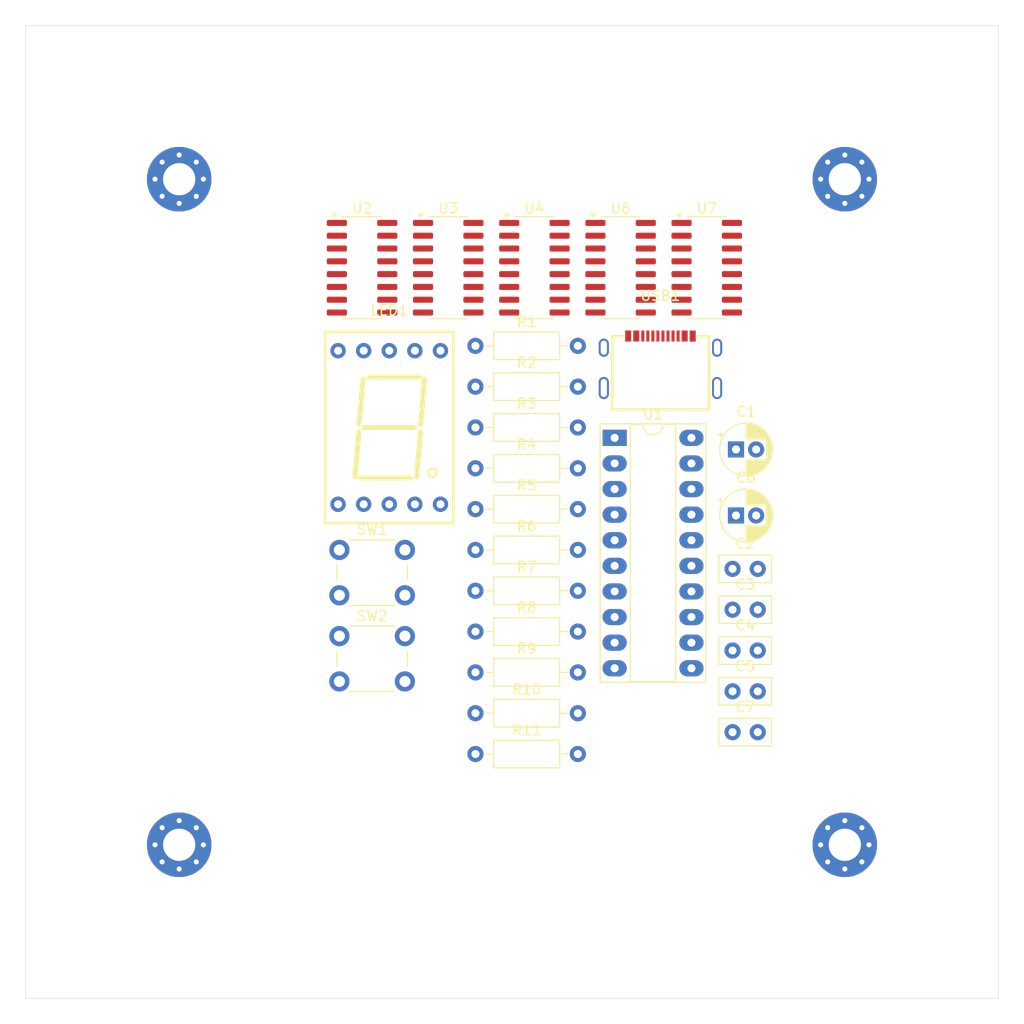
<source format=kicad_pcb>
(kicad_pcb (version 20240108) (generator "pcbnew") (generator_version "8.0")
  (layers (0 "F.Cu" signal) (31 "B.Cu" signal) (34 "B.Paste" user) (35 "F.Paste" user) (36 "B.SilkS" user "B.Silkscreen") (37 "F.SilkS" user "F.Silkscreen") (38 "B.Mask" user) (39 "F.Mask" user) (44 "Edge.Cuts" user))
  (net 0 "")
  (net 1 "GND")
  (net 2 "+5V")
  (net 3 "Net-(U1-~{INT})")
  (net 4 "ANALOG")
  (net 5 "Net-(U4-V33)")
  (net 6 "b")
  (net 7 "g")
  (net 8 "e")
  (net 9 "d")
  (net 10 "f")
  (net 11 "c")
  (net 12 "a")
  (net 13 "Net-(U2-a)")
  (net 14 "Net-(U2-b)")
  (net 15 "Net-(U2-c)")
  (net 16 "Net-(U2-d)")
  (net 17 "Net-(U2-e)")
  (net 18 "Net-(U2-f)")
  (net 19 "Net-(U2-g)")
  (net 20 "Net-(USB1-CC1)")
  (net 21 "Net-(USB1-CC2)")
  (net 22 "D+")
  (net 23 "Net-(R10-Pad2)")
  (net 24 "Net-(U4-RST{slash}T2EX_{slash}CAP2_)")
  (net 27 "D6")
  (net 28 "D7")
  (net 29 "D5")
  (net 30 "D0")
  (net 31 "D1")
  (net 33 "D3")
  (net 34 "D4")
  (net 35 "D2")
  (net 36 "ID_IN_0")
  (net 37 "ID_IN_3")
  (net 38 "ID_IN_1")
  (net 39 "ID_IN_2")
  (net 40 "ID_OUT_2")
  (net 41 "ID_OUT_1")
  (net 42 "ID_OUT_3")
  (net 43 "ID_OUT_0")
  (net 48 "D-")
  (net 56 "PDATA_IN")
  (net 58 "PCLK")
  (net 59 "PCLR")
  (net 60 "PLATCH")
  (net 61 "PDATA_OUT")
  (net 62 "SCLK")
  (net 64 "SDATA_IN")
  (net 65 "SCLR")
  (net 66 "SLATCH")
  (footprint "Capacitor_THT:C_Disc_D5.0mm_W2.5mm_P2.50mm" (layer "F.Cu") (at 171.744 104.704)
    (property "Reference" "C2" (at 1.25 -2.5 0) (layer "F.SilkS"))
    (property "Value" "1nF")
    (pad "1" thru_hole circle (at 0 0) (size 1.6 1.6) (drill 0.8) (layers "*.Cu" "*.Mask") (net 3 "Net-(U1-~{INT})"))
    (pad "2" thru_hole circle (at 2.5 0) (size 1.6 1.6) (drill 0.8) (layers "*.Cu" "*.Mask") (net 1 "GND"))
  )
  (footprint "Resistor_THT:R_Axial_DIN0207_L6.3mm_D2.5mm_P10.16mm_Horizontal" (layer "F.Cu") (at 146.234 106.874)
    (property "Reference" "R7" (at 5.08 -2.37 0) (layer "F.SilkS"))
    (property "Value" "470")
    (pad "1" thru_hole circle (at 0 0) (size 1.6 1.6) (drill 0.8) (layers "*.Cu" "*.Mask") (net 7 "g"))
    (pad "2" thru_hole oval (at 10.16 0) (size 1.6 1.6) (drill 0.8) (layers "*.Cu" "*.Mask") (net 19 "Net-(U2-g)"))
  )
  (footprint "Capacitor_THT:C_Disc_D5.0mm_W2.5mm_P2.50mm" (layer "F.Cu") (at 171.744 116.854)
    (property "Reference" "C5" (at 1.25 -2.5 0) (layer "F.SilkS"))
    (property "Value" "100nF")
    (pad "1" thru_hole circle (at 0 0) (size 1.6 1.6) (drill 0.8) (layers "*.Cu" "*.Mask") (net 2 "+5V"))
    (pad "2" thru_hole circle (at 2.5 0) (size 1.6 1.6) (drill 0.8) (layers "*.Cu" "*.Mask") (net 1 "GND"))
  )
  (footprint "Resistor_THT:R_Axial_DIN0207_L6.3mm_D2.5mm_P10.16mm_Horizontal" (layer "F.Cu") (at 146.234 86.624)
    (property "Reference" "R2" (at 5.08 -2.37 0) (layer "F.SilkS"))
    (property "Value" "470")
    (pad "1" thru_hole circle (at 0 0) (size 1.6 1.6) (drill 0.8) (layers "*.Cu" "*.Mask") (net 6 "b"))
    (pad "2" thru_hole oval (at 10.16 0) (size 1.6 1.6) (drill 0.8) (layers "*.Cu" "*.Mask") (net 14 "Net-(U2-b)"))
  )
  (footprint "Package_SO:SOP-16_3.9x9.9mm_P1.27mm" (layer "F.Cu") (at 160.634 74.824)
    (property "Reference" "U6" (at 0 -5.9 0) (layer "F.SilkS"))
    (property "Value" "74HC165")
    (pad "1" smd roundrect (at -2.5 -4.445) (size 2 0.6) (layers "F.Cu" "F.Paste" "F.Mask") (net 60 "PLATCH"))
    (pad "2" smd roundrect (at -2.5 -3.175) (size 2 0.6) (layers "F.Cu" "F.Paste" "F.Mask") (net 58 "PCLK"))
    (pad "3" smd roundrect (at -2.5 -1.905) (size 2 0.6) (layers "F.Cu" "F.Paste" "F.Mask") (net 34 "D4"))
    (pad "4" smd roundrect (at -2.5 -0.635) (size 2 0.6) (layers "F.Cu" "F.Paste" "F.Mask") (net 29 "D5"))
    (pad "5" smd roundrect (at -2.5 0.635) (size 2 0.6) (layers "F.Cu" "F.Paste" "F.Mask") (net 27 "D6"))
    (pad "6" smd roundrect (at -2.5 1.905) (size 2 0.6) (layers "F.Cu" "F.Paste" "F.Mask") (net 28 "D7"))
    (pad "7" smd roundrect (at -2.5 3.175) (size 2 0.6) (layers "F.Cu" "F.Paste" "F.Mask"))
    (pad "8" smd roundrect (at -2.5 4.445) (size 2 0.6) (layers "F.Cu" "F.Paste" "F.Mask") (net 1 "GND"))
    (pad "9" smd roundrect (at 2.5 4.445) (size 2 0.6) (layers "F.Cu" "F.Paste" "F.Mask") (net 61 "PDATA_OUT"))
    (pad "10" smd roundrect (at 2.5 3.175) (size 2 0.6) (layers "F.Cu" "F.Paste" "F.Mask") (net 56 "PDATA_IN"))
    (pad "11" smd roundrect (at 2.5 1.905) (size 2 0.6) (layers "F.Cu" "F.Paste" "F.Mask") (net 30 "D0"))
    (pad "12" smd roundrect (at 2.5 0.635) (size 2 0.6) (layers "F.Cu" "F.Paste" "F.Mask") (net 31 "D1"))
    (pad "13" smd roundrect (at 2.5 -0.635) (size 2 0.6) (layers "F.Cu" "F.Paste" "F.Mask") (net 35 "D2"))
    (pad "14" smd roundrect (at 2.5 -1.905) (size 2 0.6) (layers "F.Cu" "F.Paste" "F.Mask") (net 33 "D3"))
    (pad "15" smd roundrect (at 2.5 -3.175) (size 2 0.6) (layers "F.Cu" "F.Paste" "F.Mask") (net 59 "PCLR"))
    (pad "16" smd roundrect (at 2.5 -4.445) (size 2 0.6) (layers "F.Cu" "F.Paste" "F.Mask") (net 2 "+5V"))
  )
  (footprint "MountingHole:MountingHole_3.2mm_M3_Pad_Via" (layer "F.Cu") (at 182.88 132.08)
    (property "Reference" "H1" (hide yes))
    (property "Value" "MountingHole")
    (pad "1" thru_hole circle (at -2.4 0) (size 0.8 0.8) (drill 0.5) (layers "*.Cu" "*.Mask"))
    (pad "1" thru_hole circle (at -1.697056 -1.697056) (size 0.8 0.8) (drill 0.5) (layers "*.Cu" "*.Mask"))
    (pad "1" thru_hole circle (at -1.697056 1.697056) (size 0.8 0.8) (drill 0.5) (layers "*.Cu" "*.Mask"))
    (pad "1" thru_hole circle (at 0 -2.4) (size 0.8 0.8) (drill 0.5) (layers "*.Cu" "*.Mask"))
    (pad "1" thru_hole circle (at 0 0) (size 6.4 6.4) (drill 3.2) (layers "*.Cu" "*.Mask"))
    (pad "1" thru_hole circle (at 0 2.4) (size 0.8 0.8) (drill 0.5) (layers "*.Cu" "*.Mask"))
    (pad "1" thru_hole circle (at 1.697056 -1.697056) (size 0.8 0.8) (drill 0.5) (layers "*.Cu" "*.Mask"))
    (pad "1" thru_hole circle (at 1.697056 1.697056) (size 0.8 0.8) (drill 0.5) (layers "*.Cu" "*.Mask"))
    (pad "1" thru_hole circle (at 2.4 0) (size 0.8 0.8) (drill 0.5) (layers "*.Cu" "*.Mask"))
  )
  (footprint "Capacitor_THT:CP_Radial_D5.0mm_P2.00mm" (layer "F.Cu") (at 172.083775 92.854)
    (property "Reference" "C1" (at 1 -3.75 0) (layer "F.SilkS"))
    (property "Value" "10uF")
    (pad "1" thru_hole rect (at 0 0) (size 1.6 1.6) (drill 0.8) (layers "*.Cu" "*.Mask") (net 2 "+5V"))
    (pad "2" thru_hole circle (at 2 0) (size 1.6 1.6) (drill 0.8) (layers "*.Cu" "*.Mask") (net 1 "GND"))
  )
  (footprint "Button_Switch_THT:SW_PUSH_6mm" (layer "F.Cu") (at 132.734 102.824)
    (property "Reference" "SW1" (at 3.25 -2 0) (layer "F.SilkS"))
    (property "Value" "BOOT")
    (pad "1" thru_hole circle (at 0 0 90) (size 2 2) (drill 1.1) (layers "*.Cu" "*.Mask") (net 5 "Net-(U4-V33)"))
    (pad "1" thru_hole circle (at 6.5 0 90) (size 2 2) (drill 1.1) (layers "*.Cu" "*.Mask") (net 5 "Net-(U4-V33)"))
    (pad "2" thru_hole circle (at 0 4.5 90) (size 2 2) (drill 1.1) (layers "*.Cu" "*.Mask") (net 23 "Net-(R10-Pad2)"))
    (pad "2" thru_hole circle (at 6.5 4.5 90) (size 2 2) (drill 1.1) (layers "*.Cu" "*.Mask") (net 23 "Net-(R10-Pad2)"))
  )
  (footprint "Resistor_THT:R_Axial_DIN0207_L6.3mm_D2.5mm_P10.16mm_Horizontal" (layer "F.Cu") (at 146.234 90.674)
    (property "Reference" "R3" (at 5.08 -2.37 0) (layer "F.SilkS"))
    (property "Value" "470")
    (pad "1" thru_hole circle (at 0 0) (size 1.6 1.6) (drill 0.8) (layers "*.Cu" "*.Mask") (net 11 "c"))
    (pad "2" thru_hole oval (at 10.16 0) (size 1.6 1.6) (drill 0.8) (layers "*.Cu" "*.Mask") (net 15 "Net-(U2-c)"))
  )
  (footprint "MountingHole:MountingHole_3.2mm_M3_Pad_Via" (layer "F.Cu") (at 182.88 66.04)
    (property "Reference" "H2" (hide yes))
    (property "Value" "MountingHole")
    (pad "1" thru_hole circle (at -2.4 0) (size 0.8 0.8) (drill 0.5) (layers "*.Cu" "*.Mask"))
    (pad "1" thru_hole circle (at -1.697056 -1.697056) (size 0.8 0.8) (drill 0.5) (layers "*.Cu" "*.Mask"))
    (pad "1" thru_hole circle (at -1.697056 1.697056) (size 0.8 0.8) (drill 0.5) (layers "*.Cu" "*.Mask"))
    (pad "1" thru_hole circle (at 0 -2.4) (size 0.8 0.8) (drill 0.5) (layers "*.Cu" "*.Mask"))
    (pad "1" thru_hole circle (at 0 0) (size 6.4 6.4) (drill 3.2) (layers "*.Cu" "*.Mask"))
    (pad "1" thru_hole circle (at 0 2.4) (size 0.8 0.8) (drill 0.5) (layers "*.Cu" "*.Mask"))
    (pad "1" thru_hole circle (at 1.697056 -1.697056) (size 0.8 0.8) (drill 0.5) (layers "*.Cu" "*.Mask"))
    (pad "1" thru_hole circle (at 1.697056 1.697056) (size 0.8 0.8) (drill 0.5) (layers "*.Cu" "*.Mask"))
    (pad "1" thru_hole circle (at 2.4 0) (size 0.8 0.8) (drill 0.5) (layers "*.Cu" "*.Mask"))
  )
  (footprint "Resistor_THT:R_Axial_DIN0207_L6.3mm_D2.5mm_P10.16mm_Horizontal" (layer "F.Cu") (at 146.234 82.574)
    (property "Reference" "R1" (at 5.08 -2.37 0) (layer "F.SilkS"))
    (property "Value" "470")
    (pad "1" thru_hole circle (at 0 0) (size 1.6 1.6) (drill 0.8) (layers "*.Cu" "*.Mask") (net 12 "a"))
    (pad "2" thru_hole oval (at 10.16 0) (size 1.6 1.6) (drill 0.8) (layers "*.Cu" "*.Mask") (net 13 "Net-(U2-a)"))
  )
  (footprint "Resistor_THT:R_Axial_DIN0207_L6.3mm_D2.5mm_P10.16mm_Horizontal" (layer "F.Cu") (at 146.234 119.024)
    (property "Reference" "R10" (at 5.08 -2.37 0) (layer "F.SilkS"))
    (property "Value" "10K")
    (pad "1" thru_hole circle (at 0 0) (size 1.6 1.6) (drill 0.8) (layers "*.Cu" "*.Mask") (net 22 "D+"))
    (pad "2" thru_hole oval (at 10.16 0) (size 1.6 1.6) (drill 0.8) (layers "*.Cu" "*.Mask") (net 23 "Net-(R10-Pad2)"))
  )
  (footprint "Resistor_THT:R_Axial_DIN0207_L6.3mm_D2.5mm_P10.16mm_Horizontal" (layer "F.Cu") (at 146.234 102.824)
    (property "Reference" "R6" (at 5.08 -2.37 0) (layer "F.SilkS"))
    (property "Value" "470")
    (pad "1" thru_hole circle (at 0 0) (size 1.6 1.6) (drill 0.8) (layers "*.Cu" "*.Mask") (net 10 "f"))
    (pad "2" thru_hole oval (at 10.16 0) (size 1.6 1.6) (drill 0.8) (layers "*.Cu" "*.Mask") (net 18 "Net-(U2-f)"))
  )
  (footprint "Capacitor_THT:CP_Radial_D5.0mm_P2.00mm" (layer "F.Cu") (at 172.083775 99.404)
    (property "Reference" "C6" (at 1 -3.75 0) (layer "F.SilkS"))
    (property "Value" "10uF")
    (pad "1" thru_hole rect (at 0 0) (size 1.6 1.6) (drill 0.8) (layers "*.Cu" "*.Mask") (net 2 "+5V"))
    (pad "2" thru_hole circle (at 2 0) (size 1.6 1.6) (drill 0.8) (layers "*.Cu" "*.Mask") (net 1 "GND"))
  )
  (footprint "Button_Switch_THT:SW_PUSH_6mm" (layer "F.Cu") (at 132.734 111.374)
    (property "Reference" "SW2" (at 3.25 -2 0) (layer "F.SilkS"))
    (property "Value" "RESET")
    (pad "1" thru_hole circle (at 0 0 90) (size 2 2) (drill 1.1) (layers "*.Cu" "*.Mask") (net 24 "Net-(U4-RST{slash}T2EX_{slash}CAP2_)"))
    (pad "1" thru_hole circle (at 6.5 0 90) (size 2 2) (drill 1.1) (layers "*.Cu" "*.Mask") (net 24 "Net-(U4-RST{slash}T2EX_{slash}CAP2_)"))
    (pad "2" thru_hole circle (at 0 4.5 90) (size 2 2) (drill 1.1) (layers "*.Cu" "*.Mask") (net 5 "Net-(U4-V33)"))
    (pad "2" thru_hole circle (at 6.5 4.5 90) (size 2 2) (drill 1.1) (layers "*.Cu" "*.Mask") (net 5 "Net-(U4-V33)"))
  )
  (footprint "MountingHole:MountingHole_3.2mm_M3_Pad_Via" (layer "F.Cu") (at 116.84 132.08)
    (property "Reference" "H4" (hide yes))
    (property "Value" "MountingHole")
    (pad "1" thru_hole circle (at -2.4 0) (size 0.8 0.8) (drill 0.5) (layers "*.Cu" "*.Mask"))
    (pad "1" thru_hole circle (at -1.697056 -1.697056) (size 0.8 0.8) (drill 0.5) (layers "*.Cu" "*.Mask"))
    (pad "1" thru_hole circle (at -1.697056 1.697056) (size 0.8 0.8) (drill 0.5) (layers "*.Cu" "*.Mask"))
    (pad "1" thru_hole circle (at 0 -2.4) (size 0.8 0.8) (drill 0.5) (layers "*.Cu" "*.Mask"))
    (pad "1" thru_hole circle (at 0 0) (size 6.4 6.4) (drill 3.2) (layers "*.Cu" "*.Mask"))
    (pad "1" thru_hole circle (at 0 2.4) (size 0.8 0.8) (drill 0.5) (layers "*.Cu" "*.Mask"))
    (pad "1" thru_hole circle (at 1.697056 -1.697056) (size 0.8 0.8) (drill 0.5) (layers "*.Cu" "*.Mask"))
    (pad "1" thru_hole circle (at 1.697056 1.697056) (size 0.8 0.8) (drill 0.5) (layers "*.Cu" "*.Mask"))
    (pad "1" thru_hole circle (at 2.4 0) (size 0.8 0.8) (drill 0.5) (layers "*.Cu" "*.Mask"))
  )
  (footprint "Resistor_THT:R_Axial_DIN0207_L6.3mm_D2.5mm_P10.16mm_Horizontal" (layer "F.Cu") (at 146.234 98.774)
    (property "Reference" "R5" (at 5.08 -2.37 0) (layer "F.SilkS"))
    (property "Value" "470")
    (pad "1" thru_hole circle (at 0 0) (size 1.6 1.6) (drill 0.8) (layers "*.Cu" "*.Mask") (net 8 "e"))
    (pad "2" thru_hole oval (at 10.16 0) (size 1.6 1.6) (drill 0.8) (layers "*.Cu" "*.Mask") (net 17 "Net-(U2-e)"))
  )
  (footprint "Capacitor_THT:C_Disc_D5.0mm_W2.5mm_P2.50mm" (layer "F.Cu") (at 171.744 108.754)
    (property "Reference" "C3" (at 1.25 -2.5 0) (layer "F.SilkS"))
    (property "Value" "100nF")
    (pad "1" thru_hole circle (at 0 0) (size 1.6 1.6) (drill 0.8) (layers "*.Cu" "*.Mask") (net 2 "+5V"))
    (pad "2" thru_hole circle (at 2.5 0) (size 1.6 1.6) (drill 0.8) (layers "*.Cu" "*.Mask") (net 1 "GND"))
  )
  (footprint "Resistor_THT:R_Axial_DIN0207_L6.3mm_D2.5mm_P10.16mm_Horizontal" (layer "F.Cu") (at 146.234 123.074)
    (property "Reference" "R11" (at 5.08 -2.37 0) (layer "F.SilkS"))
    (property "Value" "10K")
    (pad "1" thru_hole circle (at 0 0) (size 1.6 1.6) (drill 0.8) (layers "*.Cu" "*.Mask") (net 24 "Net-(U4-RST{slash}T2EX_{slash}CAP2_)"))
    (pad "2" thru_hole oval (at 10.16 0) (size 1.6 1.6) (drill 0.8) (layers "*.Cu" "*.Mask") (net 1 "GND"))
  )
  (footprint "Resistor_THT:R_Axial_DIN0207_L6.3mm_D2.5mm_P10.16mm_Horizontal" (layer "F.Cu") (at 146.234 110.924)
    (property "Reference" "R8" (at 5.08 -2.37 0) (layer "F.SilkS"))
    (property "Value" "5.1K")
    (pad "1" thru_hole circle (at 0 0) (size 1.6 1.6) (drill 0.8) (layers "*.Cu" "*.Mask") (net 20 "Net-(USB1-CC1)"))
    (pad "2" thru_hole oval (at 10.16 0) (size 1.6 1.6) (drill 0.8) (layers "*.Cu" "*.Mask") (net 1 "GND"))
  )
  (footprint "Capacitor_THT:C_Disc_D5.0mm_W2.5mm_P2.50mm" (layer "F.Cu") (at 171.744 120.904)
    (property "Reference" "C7" (at 1.25 -2.5 0) (layer "F.SilkS"))
    (property "Value" "100nF")
    (pad "1" thru_hole circle (at 0 0) (size 1.6 1.6) (drill 0.8) (layers "*.Cu" "*.Mask") (net 1 "GND"))
    (pad "2" thru_hole circle (at 2.5 0) (size 1.6 1.6) (drill 0.8) (layers "*.Cu" "*.Mask") (net 5 "Net-(U4-V33)"))
  )
  (footprint "Resistor_THT:R_Axial_DIN0207_L6.3mm_D2.5mm_P10.16mm_Horizontal" (layer "F.Cu") (at 146.234 114.974)
    (property "Reference" "R9" (at 5.08 -2.37 0) (layer "F.SilkS"))
    (property "Value" "5.1K")
    (pad "1" thru_hole circle (at 0 0) (size 1.6 1.6) (drill 0.8) (layers "*.Cu" "*.Mask") (net 21 "Net-(USB1-CC2)"))
    (pad "2" thru_hole oval (at 10.16 0) (size 1.6 1.6) (drill 0.8) (layers "*.Cu" "*.Mask") (net 1 "GND"))
  )
  (footprint "MountingHole:MountingHole_3.2mm_M3_Pad_Via" (layer "F.Cu") (at 116.84 66.04)
    (property "Reference" "H3" (hide yes))
    (property "Value" "MountingHole" (hide yes))
    (pad "1" thru_hole circle (at -2.4 0) (size 0.8 0.8) (drill 0.5) (layers "*.Cu" "*.Mask"))
    (pad "1" thru_hole circle (at -1.697056 -1.697056) (size 0.8 0.8) (drill 0.5) (layers "*.Cu" "*.Mask"))
    (pad "1" thru_hole circle (at -1.697056 1.697056) (size 0.8 0.8) (drill 0.5) (layers "*.Cu" "*.Mask"))
    (pad "1" thru_hole circle (at 0 -2.4) (size 0.8 0.8) (drill 0.5) (layers "*.Cu" "*.Mask"))
    (pad "1" thru_hole circle (at 0 0) (size 6.4 6.4) (drill 3.2) (layers "*.Cu" "*.Mask"))
    (pad "1" thru_hole circle (at 0 2.4) (size 0.8 0.8) (drill 0.5) (layers "*.Cu" "*.Mask"))
    (pad "1" thru_hole circle (at 1.697056 -1.697056) (size 0.8 0.8) (drill 0.5) (layers "*.Cu" "*.Mask"))
    (pad "1" thru_hole circle (at 1.697056 1.697056) (size 0.8 0.8) (drill 0.5) (layers "*.Cu" "*.Mask"))
    (pad "1" thru_hole circle (at 2.4 0) (size 0.8 0.8) (drill 0.5) (layers "*.Cu" "*.Mask"))
  )
  (footprint "Package_SO:SOP-16_3.9x9.9mm_P1.27mm" (layer "F.Cu") (at 152.084 74.824)
    (property "Reference" "U4" (at 0 -5.9 0) (layer "F.SilkS"))
    (property "Value" "CH552G")
    (pad "1" smd roundrect (at -2.5 -4.445) (size 2 0.6) (layers "F.Cu" "F.Paste" "F.Mask"))
    (pad "2" smd roundrect (at -2.5 -3.175) (size 2 0.6) (layers "F.Cu" "F.Paste" "F.Mask"))
    (pad "3" smd roundrect (at -2.5 -1.905) (size 2 0.6) (layers "F.Cu" "F.Paste" "F.Mask"))
    (pad "4" smd roundrect (at -2.5 -0.635) (size 2 0.6) (layers "F.Cu" "F.Paste" "F.Mask"))
    (pad "5" smd roundrect (at -2.5 0.635) (size 2 0.6) (layers "F.Cu" "F.Paste" "F.Mask"))
    (pad "6" smd roundrect (at -2.5 1.905) (size 2 0.6) (layers "F.Cu" "F.Paste" "F.Mask") (net 24 "Net-(U4-RST{slash}T2EX_{slash}CAP2_)"))
    (pad "7" smd roundrect (at -2.5 3.175) (size 2 0.6) (layers "F.Cu" "F.Paste" "F.Mask"))
    (pad "8" smd roundrect (at -2.5 4.445) (size 2 0.6) (layers "F.Cu" "F.Paste" "F.Mask"))
    (pad "9" smd roundrect (at 2.5 4.445) (size 2 0.6) (layers "F.Cu" "F.Paste" "F.Mask"))
    (pad "10" smd roundrect (at 2.5 3.175) (size 2 0.6) (layers "F.Cu" "F.Paste" "F.Mask"))
    (pad "11" smd roundrect (at 2.5 1.905) (size 2 0.6) (layers "F.Cu" "F.Paste" "F.Mask"))
    (pad "12" smd roundrect (at 2.5 0.635) (size 2 0.6) (layers "F.Cu" "F.Paste" "F.Mask") (net 22 "D+"))
    (pad "13" smd roundrect (at 2.5 -0.635) (size 2 0.6) (layers "F.Cu" "F.Paste" "F.Mask") (net 48 "D-"))
    (pad "14" smd roundrect (at 2.5 -1.905) (size 2 0.6) (layers "F.Cu" "F.Paste" "F.Mask") (net 1 "GND"))
    (pad "15" smd roundrect (at 2.5 -3.175) (size 2 0.6) (layers "F.Cu" "F.Paste" "F.Mask") (net 2 "+5V"))
    (pad "16" smd roundrect (at 2.5 -4.445) (size 2 0.6) (layers "F.Cu" "F.Paste" "F.Mask") (net 5 "Net-(U4-V33)"))
  )
  (footprint "Package_SO:SOP-16_3.9x9.9mm_P1.27mm" (layer "F.Cu") (at 143.534 74.824)
    (property "Reference" "U3" (at 0 -5.9 0) (layer "F.SilkS"))
    (property "Value" "74LS283")
    (pad "1" smd roundrect (at -2.5 -4.445) (size 2 0.6) (layers "F.Cu" "F.Paste" "F.Mask") (net 41 "ID_OUT_1"))
    (pad "2" smd roundrect (at -2.5 -3.175) (size 2 0.6) (layers "F.Cu" "F.Paste" "F.Mask") (net 1 "GND"))
    (pad "3" smd roundrect (at -2.5 -1.905) (size 2 0.6) (layers "F.Cu" "F.Paste" "F.Mask") (net 38 "ID_IN_1"))
    (pad "4" smd roundrect (at -2.5 -0.635) (size 2 0.6) (layers "F.Cu" "F.Paste" "F.Mask") (net 43 "ID_OUT_0"))
    (pad "5" smd roundrect (at -2.5 0.635) (size 2 0.6) (layers "F.Cu" "F.Paste" "F.Mask") (net 36 "ID_IN_0"))
    (pad "6" smd roundrect (at -2.5 1.905) (size 2 0.6) (layers "F.Cu" "F.Paste" "F.Mask") (net 1 "GND"))
    (pad "7" smd roundrect (at -2.5 3.175) (size 2 0.6) (layers "F.Cu" "F.Paste" "F.Mask") (net 2 "+5V"))
    (pad "8" smd roundrect (at -2.5 4.445) (size 2 0.6) (layers "F.Cu" "F.Paste" "F.Mask") (net 1 "GND"))
    (pad "9" smd roundrect (at 2.5 4.445) (size 2 0.6) (layers "F.Cu" "F.Paste" "F.Mask"))
    (pad "10" smd roundrect (at 2.5 3.175) (size 2 0.6) (layers "F.Cu" "F.Paste" "F.Mask") (net 42 "ID_OUT_3"))
    (pad "11" smd roundrect (at 2.5 1.905) (size 2 0.6) (layers "F.Cu" "F.Paste" "F.Mask") (net 1 "GND"))
    (pad "12" smd roundrect (at 2.5 0.635) (size 2 0.6) (layers "F.Cu" "F.Paste" "F.Mask") (net 37 "ID_IN_3"))
    (pad "13" smd roundrect (at 2.5 -0.635) (size 2 0.6) (layers "F.Cu" "F.Paste" "F.Mask") (net 40 "ID_OUT_2"))
    (pad "14" smd roundrect (at 2.5 -1.905) (size 2 0.6) (layers "F.Cu" "F.Paste" "F.Mask") (net 39 "ID_IN_2"))
    (pad "15" smd roundrect (at 2.5 -3.175) (size 2 0.6) (layers "F.Cu" "F.Paste" "F.Mask") (net 1 "GND"))
    (pad "16" smd roundrect (at 2.5 -4.445) (size 2 0.6) (layers "F.Cu" "F.Paste" "F.Mask") (net 2 "+5V"))
  )
  (footprint "Package_SO:SOP-16_3.9x9.9mm_P1.27mm" (layer "F.Cu") (at 169.184 74.824)
    (property "Reference" "U7" (at 0 -5.9 0) (layer "F.SilkS"))
    (property "Value" "74HC595")
    (pad "1" smd roundrect (at -2.5 -4.445) (size 2 0.6) (layers "F.Cu" "F.Paste" "F.Mask") (net 31 "D1"))
    (pad "2" smd roundrect (at -2.5 -3.175) (size 2 0.6) (layers "F.Cu" "F.Paste" "F.Mask") (net 35 "D2"))
    (pad "3" smd roundrect (at -2.5 -1.905) (size 2 0.6) (layers "F.Cu" "F.Paste" "F.Mask") (net 33 "D3"))
    (pad "4" smd roundrect (at -2.5 -0.635) (size 2 0.6) (layers "F.Cu" "F.Paste" "F.Mask") (net 34 "D4"))
    (pad "5" smd roundrect (at -2.5 0.635) (size 2 0.6) (layers "F.Cu" "F.Paste" "F.Mask") (net 29 "D5"))
    (pad "6" smd roundrect (at -2.5 1.905) (size 2 0.6) (layers "F.Cu" "F.Paste" "F.Mask") (net 27 "D6"))
    (pad "7" smd roundrect (at -2.5 3.175) (size 2 0.6) (layers "F.Cu" "F.Paste" "F.Mask") (net 28 "D7"))
    (pad "8" smd roundrect (at -2.5 4.445) (size 2 0.6) (layers "F.Cu" "F.Paste" "F.Mask") (net 1 "GND"))
    (pad "9" smd roundrect (at 2.5 4.445) (size 2 0.6) (layers "F.Cu" "F.Paste" "F.Mask"))
    (pad "10" smd roundrect (at 2.5 3.175) (size 2 0.6) (layers "F.Cu" "F.Paste" "F.Mask") (net 65 "SCLR"))
    (pad "11" smd roundrect (at 2.5 1.905) (size 2 0.6) (layers "F.Cu" "F.Paste" "F.Mask") (net 62 "SCLK"))
    (pad "12" smd roundrect (at 2.5 0.635) (size 2 0.6) (layers "F.Cu" "F.Paste" "F.Mask") (net 66 "SLATCH"))
    (pad "13" smd roundrect (at 2.5 -0.635) (size 2 0.6) (layers "F.Cu" "F.Paste" "F.Mask") (net 1 "GND"))
    (pad "14" smd roundrect (at 2.5 -1.905) (size 2 0.6) (layers "F.Cu" "F.Paste" "F.Mask") (net 64 "SDATA_IN"))
    (pad "15" smd roundrect (at 2.5 -3.175) (size 2 0.6) (layers "F.Cu" "F.Paste" "F.Mask") (net 30 "D0"))
    (pad "16" smd roundrect (at 2.5 -4.445) (size 2 0.6) (layers "F.Cu" "F.Paste" "F.Mask") (net 2 "+5V"))
  )
  (footprint "EasyEDA:LED-SEG-TH_10P-L12.7-W19.0-P2.54-S15.24-BL" (layer "F.Cu") (at 137.684 90.674)
    (property "Reference" "LED1" (at 0 -11.62 0) (layer "F.SilkS"))
    (property "Value" "SM410561N")
    (pad "1" thru_hole circle (at -5.08 7.62) (size 1.52 1.52) (drill 0.799998) (layers "*.Cu" "*.Mask") (net 8 "e"))
    (pad "2" thru_hole circle (at -2.54 7.62) (size 1.52 1.52) (drill 0.799998) (layers "*.Cu" "*.Mask") (net 9 "d"))
    (pad "3" thru_hole circle (at 0 7.62) (size 1.52 1.52) (drill 0.799998) (layers "*.Cu" "*.Mask") (net 2 "+5V"))
    (pad "4" thru_hole circle (at 2.54 7.62) (size 1.52 1.52) (drill 0.799998) (layers "*.Cu" "*.Mask") (net 11 "c"))
    (pad "5" thru_hole circle (at 5.08 7.62) (size 1.52 1.52) (drill 0.799998) (layers "*.Cu" "*.Mask") (net 2 "+5V"))
    (pad "6" thru_hole circle (at 5.08 -7.62) (size 1.52 1.52) (drill 0.799998) (layers "*.Cu" "*.Mask") (net 6 "b"))
    (pad "7" thru_hole circle (at 2.54 -7.62) (size 1.52 1.52) (drill 0.799998) (layers "*.Cu" "*.Mask") (net 12 "a"))
    (pad "8" thru_hole circle (at 0 -7.62) (size 1.52 1.52) (drill 0.799998) (layers "*.Cu" "*.Mask") (net 2 "+5V"))
    (pad "9" thru_hole circle (at -2.54 -7.62) (size 1.52 1.52) (drill 0.799998) (layers "*.Cu" "*.Mask") (net 10 "f"))
    (pad "10" thru_hole circle (at -5.08 -7.62) (size 1.52 1.52) (drill 0.799998) (layers "*.Cu" "*.Mask") (net 7 "g"))
  )
  (footprint "EasyEDA:USB-C-SMD_TYPEC-302-BRP16SC16" (layer "F.Cu") (at 164.589 84.179)
    (property "Reference" "USB1" (at 0 -6.58 0) (layer "F.SilkS"))
    (property "Value" "TYPEC")
    (pad "1" smd rect (at -3.2 -2.58) (size 0.6 1.1) (layers "F.Cu" "F.Paste" "F.Mask") (net 1 "GND"))
    (pad "2" smd rect (at -2.4 -2.58) (size 0.6 1.1) (layers "F.Cu" "F.Paste" "F.Mask") (net 2 "+5V"))
    (pad "3" smd rect (at -1.75 -2.58) (size 0.3 1.1) (layers "F.Cu" "F.Paste" "F.Mask"))
    (pad "4" smd rect (at -1.25 -2.58) (size 0.3 1.1) (layers "F.Cu" "F.Paste" "F.Mask") (net 20 "Net-(USB1-CC1)"))
    (pad "5" smd rect (at -0.75 -2.58) (size 0.3 1.1) (layers "F.Cu" "F.Paste" "F.Mask") (net 48 "D-"))
    (pad "6" smd rect (at -0.25 -2.58) (size 0.3 1.1) (layers "F.Cu" "F.Paste" "F.Mask") (net 22 "D+"))
    (pad "7" smd rect (at 0.25 -2.58) (size 0.3 1.1) (layers "F.Cu" "F.Paste" "F.Mask") (net 48 "D-"))
    (pad "8" smd rect (at 0.75 -2.58) (size 0.3 1.1) (layers "F.Cu" "F.Paste" "F.Mask") (net 22 "D+"))
    (pad "9" smd rect (at 1.25 -2.58) (size 0.3 1.1) (layers "F.Cu" "F.Paste" "F.Mask"))
    (pad "10" smd rect (at 1.75 -2.58) (size 0.3 1.1) (layers "F.Cu" "F.Paste" "F.Mask") (net 21 "Net-(USB1-CC2)"))
    (pad "11" smd rect (at 2.4 -2.58) (size 0.6 1.1) (layers "F.Cu" "F.Paste" "F.Mask") (net 2 "+5V"))
    (pad "12" smd rect (at 3.2 -2.57) (size 0.6 1.1) (layers "F.Cu" "F.Paste" "F.Mask") (net 1 "GND"))
    (pad "13" thru_hole oval (at -5.62 -1.42) (size 1 1.8) (drill oval 0.610006 1.399997) (layers "*.Cu" "*.Mask") (net 1 "GND"))
    (pad "14" thru_hole oval (at 5.62 -1.42) (size 1 1.8) (drill oval 0.610006 1.399997) (layers "*.Cu" "*.Mask") (net 1 "GND"))
    (pad "15" thru_hole oval (at -5.62 2.58) (size 1 2.2) (drill oval 0.610006 1.799996) (layers "*.Cu" "*.Mask") (net 1 "GND"))
    (pad "16" thru_hole oval (at 5.62 2.58) (size 1 2.2) (drill oval 0.610006 1.799996) (layers "*.Cu" "*.Mask") (net 1 "GND"))
  )
  (footprint "Resistor_THT:R_Axial_DIN0207_L6.3mm_D2.5mm_P10.16mm_Horizontal" (layer "F.Cu") (at 146.234 94.724)
    (property "Reference" "R4" (at 5.08 -2.37 0) (layer "F.SilkS"))
    (property "Value" "470")
    (pad "1" thru_hole circle (at 0 0) (size 1.6 1.6) (drill 0.8) (layers "*.Cu" "*.Mask") (net 9 "d"))
    (pad "2" thru_hole oval (at 10.16 0) (size 1.6 1.6) (drill 0.8) (layers "*.Cu" "*.Mask") (net 16 "Net-(U2-d)"))
  )
  (footprint "Package_SO:SOP-16_3.9x9.9mm_P1.27mm" (layer "F.Cu") (at 134.984 74.824)
    (property "Reference" "U2" (at 0 -5.9 0) (layer "F.SilkS"))
    (property "Value" "74LS47")
    (pad "1" smd roundrect (at -2.5 -4.445) (size 2 0.6) (layers "F.Cu" "F.Paste" "F.Mask") (net 38 "ID_IN_1"))
    (pad "2" smd roundrect (at -2.5 -3.175) (size 2 0.6) (layers "F.Cu" "F.Paste" "F.Mask") (net 39 "ID_IN_2"))
    (pad "3" smd roundrect (at -2.5 -1.905) (size 2 0.6) (layers "F.Cu" "F.Paste" "F.Mask") (net 2 "+5V"))
    (pad "4" smd roundrect (at -2.5 -0.635) (size 2 0.6) (layers "F.Cu" "F.Paste" "F.Mask") (net 2 "+5V"))
    (pad "5" smd roundrect (at -2.5 0.635) (size 2 0.6) (layers "F.Cu" "F.Paste" "F.Mask") (net 2 "+5V"))
    (pad "6" smd roundrect (at -2.5 1.905) (size 2 0.6) (layers "F.Cu" "F.Paste" "F.Mask") (net 37 "ID_IN_3"))
    (pad "7" smd roundrect (at -2.5 3.175) (size 2 0.6) (layers "F.Cu" "F.Paste" "F.Mask") (net 36 "ID_IN_0"))
    (pad "8" smd roundrect (at -2.5 4.445) (size 2 0.6) (layers "F.Cu" "F.Paste" "F.Mask") (net 1 "GND"))
    (pad "9" smd roundrect (at 2.5 4.445) (size 2 0.6) (layers "F.Cu" "F.Paste" "F.Mask") (net 17 "Net-(U2-e)"))
    (pad "10" smd roundrect (at 2.5 3.175) (size 2 0.6) (layers "F.Cu" "F.Paste" "F.Mask") (net 16 "Net-(U2-d)"))
    (pad "11" smd roundrect (at 2.5 1.905) (size 2 0.6) (layers "F.Cu" "F.Paste" "F.Mask") (net 15 "Net-(U2-c)"))
    (pad "12" smd roundrect (at 2.5 0.635) (size 2 0.6) (layers "F.Cu" "F.Paste" "F.Mask") (net 14 "Net-(U2-b)"))
    (pad "13" smd roundrect (at 2.5 -0.635) (size 2 0.6) (layers "F.Cu" "F.Paste" "F.Mask") (net 13 "Net-(U2-a)"))
    (pad "14" smd roundrect (at 2.5 -1.905) (size 2 0.6) (layers "F.Cu" "F.Paste" "F.Mask") (net 19 "Net-(U2-g)"))
    (pad "15" smd roundrect (at 2.5 -3.175) (size 2 0.6) (layers "F.Cu" "F.Paste" "F.Mask") (net 18 "Net-(U2-f)"))
    (pad "16" smd roundrect (at 2.5 -4.445) (size 2 0.6) (layers "F.Cu" "F.Paste" "F.Mask") (net 2 "+5V"))
  )
  (footprint "Capacitor_THT:C_Disc_D5.0mm_W2.5mm_P2.50mm" (layer "F.Cu") (at 171.744 112.804)
    (property "Reference" "C4" (at 1.25 -2.5 0) (layer "F.SilkS"))
    (property "Value" "100nF")
    (pad "1" thru_hole circle (at 0 0) (size 1.6 1.6) (drill 0.8) (layers "*.Cu" "*.Mask") (net 4 "ANALOG"))
    (pad "2" thru_hole circle (at 2.5 0) (size 1.6 1.6) (drill 0.8) (layers "*.Cu" "*.Mask") (net 1 "GND"))
  )
  (footprint "Package_DIP:DIP-20_W7.62mm_Socket_LongPads" (layer "F.Cu") (at 160.044 91.704)
    (property "Reference" "U1" (at 3.81 -2.33 0) (layer "F.SilkS"))
    (property "Value" "ADC0820CCN")
    (pad "1" thru_hole rect (at 0 0) (size 2.4 1.6) (drill 0.8) (layers "*.Cu" "*.Mask") (net 4 "ANALOG"))
    (pad "2" thru_hole oval (at 0 2.54) (size 2.4 1.6) (drill 0.8) (layers "*.Cu" "*.Mask") (net 30 "D0"))
    (pad "3" thru_hole oval (at 0 5.08) (size 2.4 1.6) (drill 0.8) (layers "*.Cu" "*.Mask") (net 31 "D1"))
    (pad "4" thru_hole oval (at 0 7.62) (size 2.4 1.6) (drill 0.8) (layers "*.Cu" "*.Mask") (net 35 "D2"))
    (pad "5" thru_hole oval (at 0 10.16) (size 2.4 1.6) (drill 0.8) (layers "*.Cu" "*.Mask") (net 33 "D3"))
    (pad "6" thru_hole oval (at 0 12.7) (size 2.4 1.6) (drill 0.8) (layers "*.Cu" "*.Mask"))
    (pad "7" thru_hole oval (at 0 15.24) (size 2.4 1.6) (drill 0.8) (layers "*.Cu" "*.Mask") (net 1 "GND"))
    (pad "8" thru_hole oval (at 0 17.78) (size 2.4 1.6) (drill 0.8) (layers "*.Cu" "*.Mask") (net 3 "Net-(U1-~{INT})"))
    (pad "9" thru_hole oval (at 0 20.32) (size 2.4 1.6) (drill 0.8) (layers "*.Cu" "*.Mask") (net 3 "Net-(U1-~{INT})"))
    (pad "10" thru_hole oval (at 0 22.86) (size 2.4 1.6) (drill 0.8) (layers "*.Cu" "*.Mask") (net 1 "GND"))
    (pad "11" thru_hole oval (at 7.62 22.86) (size 2.4 1.6) (drill 0.8) (layers "*.Cu" "*.Mask") (net 1 "GND"))
    (pad "12" thru_hole oval (at 7.62 20.32) (size 2.4 1.6) (drill 0.8) (layers "*.Cu" "*.Mask") (net 2 "+5V"))
    (pad "13" thru_hole oval (at 7.62 17.78) (size 2.4 1.6) (drill 0.8) (layers "*.Cu" "*.Mask") (net 1 "GND"))
    (pad "14" thru_hole oval (at 7.62 15.24) (size 2.4 1.6) (drill 0.8) (layers "*.Cu" "*.Mask") (net 34 "D4"))
    (pad "15" thru_hole oval (at 7.62 12.7) (size 2.4 1.6) (drill 0.8) (layers "*.Cu" "*.Mask") (net 29 "D5"))
    (pad "16" thru_hole oval (at 7.62 10.16) (size 2.4 1.6) (drill 0.8) (layers "*.Cu" "*.Mask") (net 27 "D6"))
    (pad "17" thru_hole oval (at 7.62 7.62) (size 2.4 1.6) (drill 0.8) (layers "*.Cu" "*.Mask") (net 28 "D7"))
    (pad "18" thru_hole oval (at 7.62 5.08) (size 2.4 1.6) (drill 0.8) (layers "*.Cu" "*.Mask"))
    (pad "19" thru_hole oval (at 7.62 2.54) (size 2.4 1.6) (drill 0.8) (layers "*.Cu" "*.Mask"))
    (pad "20" thru_hole oval (at 7.62 0) (size 2.4 1.6) (drill 0.8) (layers "*.Cu" "*.Mask") (net 2 "+5V"))
  )
  (gr_rect (start 101.6 50.8) (end 198.12 147.32) (stroke (width 0.05)) (fill none) (layer "Edge.Cuts"))
)
</source>
